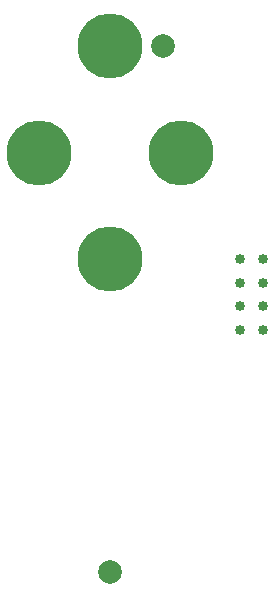
<source format=gbr>
%TF.GenerationSoftware,KiCad,Pcbnew,6.99.0-1.20221101gitf80c150.fc36*%
%TF.CreationDate,2022-11-27T20:33:10+00:00*%
%TF.ProjectId,bugg-led-r4,62756767-2d6c-4656-942d-72342e6b6963,rev?*%
%TF.SameCoordinates,Original*%
%TF.FileFunction,Soldermask,Top*%
%TF.FilePolarity,Negative*%
%FSLAX46Y46*%
G04 Gerber Fmt 4.6, Leading zero omitted, Abs format (unit mm)*
G04 Created by KiCad (PCBNEW 6.99.0-1.20221101gitf80c150.fc36) date 2022-11-27 20:33:10*
%MOMM*%
%LPD*%
G01*
G04 APERTURE LIST*
%ADD10C,2.000000*%
%ADD11C,5.500000*%
%ADD12C,0.850000*%
G04 APERTURE END LIST*
D10*
%TO.C,H205*%
X4500000Y9000000D03*
%TD*%
%TO.C,H206*%
X0Y-35500000D03*
%TD*%
D11*
%TO.C,H204*%
X0Y-9000000D03*
%TD*%
%TO.C,H201*%
X6000000Y0D03*
%TD*%
%TO.C,H203*%
X0Y9000000D03*
%TD*%
%TO.C,H202*%
X-6000000Y0D03*
%TD*%
D12*
%TO.C,J201*%
X13000000Y-15000000D03*
X13000000Y-13000000D03*
X13000000Y-11000000D03*
X13000000Y-9000000D03*
X11000000Y-15000000D03*
X11000000Y-13000000D03*
X11000000Y-11000000D03*
X11000000Y-9000000D03*
%TD*%
M02*

</source>
